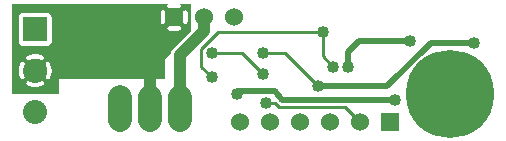
<source format=gbr>
G04 start of page 3 for group 1 idx 1 *
G04 Title: (unknown), solder *
G04 Creator: pcb 20110918 *
G04 CreationDate: Tue 05 Feb 2013 02:58:24 AM GMT UTC *
G04 For: railfan *
G04 Format: Gerber/RS-274X *
G04 PCB-Dimensions: 170000 48000 *
G04 PCB-Coordinate-Origin: lower left *
%MOIN*%
%FSLAX25Y25*%
%LNBOTTOM*%
%ADD40C,0.1285*%
%ADD39C,0.0472*%
%ADD38C,0.0450*%
%ADD37C,0.0380*%
%ADD36C,0.2937*%
%ADD35C,0.0800*%
%ADD34C,0.0787*%
%ADD33C,0.0600*%
%ADD32C,0.0400*%
%ADD31C,0.0100*%
%ADD30C,0.0200*%
%ADD29C,0.0001*%
G54D29*G36*
X14673Y47000D02*X58000D01*
Y44000D01*
X57993Y44118D01*
X57965Y44232D01*
X57920Y44342D01*
X57859Y44442D01*
X57782Y44532D01*
X57692Y44609D01*
X57592Y44670D01*
X57482Y44715D01*
X57368Y44743D01*
X57250Y44752D01*
X57132Y44743D01*
X57018Y44715D01*
X56908Y44670D01*
X56808Y44609D01*
X56718Y44532D01*
X56641Y44442D01*
X56580Y44342D01*
X56535Y44232D01*
X56507Y44118D01*
X56500Y44000D01*
Y41000D01*
X56507Y40882D01*
X56535Y40768D01*
X56580Y40658D01*
X56641Y40558D01*
X56718Y40468D01*
X56808Y40391D01*
X56908Y40330D01*
X57018Y40285D01*
X57132Y40257D01*
X57250Y40248D01*
X57368Y40257D01*
X57482Y40285D01*
X57592Y40330D01*
X57692Y40391D01*
X57782Y40468D01*
X57859Y40558D01*
X57920Y40658D01*
X57965Y40768D01*
X57993Y40882D01*
X58000Y41000D01*
Y22000D01*
X56000D01*
Y27000D01*
X55972Y27471D01*
X55862Y27930D01*
X55681Y28366D01*
X55435Y28769D01*
X55128Y29128D01*
X54769Y29435D01*
X54366Y29681D01*
X53930Y29862D01*
X53471Y29972D01*
X53000Y30009D01*
X52529Y29972D01*
X52070Y29862D01*
X51634Y29681D01*
X51231Y29435D01*
X50872Y29128D01*
X50565Y28769D01*
X50319Y28366D01*
X50138Y27930D01*
X50028Y27471D01*
X50000Y27000D01*
Y22000D01*
X19455D01*
X19518Y22074D01*
X19578Y22176D01*
X19795Y22645D01*
X19962Y23134D01*
X20082Y23637D01*
X20155Y24149D01*
X20179Y24665D01*
X20155Y25181D01*
X20082Y25693D01*
X19962Y26196D01*
X19795Y26685D01*
X19583Y27157D01*
X19522Y27258D01*
X19445Y27349D01*
X19355Y27426D01*
X19253Y27488D01*
X19144Y27534D01*
X19028Y27562D01*
X18910Y27571D01*
X18792Y27562D01*
X18676Y27535D01*
X18566Y27489D01*
X18465Y27427D01*
X18375Y27351D01*
X18297Y27260D01*
X18235Y27159D01*
X18189Y27050D01*
X18162Y26934D01*
X18152Y26816D01*
X18161Y26697D01*
X18189Y26582D01*
X18236Y26473D01*
X18394Y26133D01*
X18515Y25777D01*
X18603Y25412D01*
X18655Y25040D01*
X18673Y24665D01*
X18655Y24290D01*
X18603Y23918D01*
X18515Y23553D01*
X18394Y23197D01*
X18240Y22855D01*
X18193Y22747D01*
X18166Y22632D01*
X18156Y22514D01*
X18166Y22397D01*
X18194Y22282D01*
X18239Y22173D01*
X18301Y22072D01*
X18363Y22000D01*
X14673D01*
Y28665D01*
X15048Y28647D01*
X15420Y28595D01*
X15785Y28507D01*
X16141Y28386D01*
X16483Y28232D01*
X16591Y28185D01*
X16706Y28158D01*
X16824Y28148D01*
X16941Y28158D01*
X17056Y28186D01*
X17165Y28231D01*
X17266Y28293D01*
X17355Y28370D01*
X17432Y28460D01*
X17493Y28560D01*
X17538Y28669D01*
X17566Y28784D01*
X17575Y28902D01*
X17565Y29020D01*
X17538Y29134D01*
X17492Y29243D01*
X17430Y29344D01*
X17354Y29434D01*
X17264Y29510D01*
X17162Y29570D01*
X16693Y29787D01*
X16204Y29954D01*
X15701Y30074D01*
X15189Y30147D01*
X14673Y30171D01*
Y32952D01*
X18908Y32959D01*
X19138Y33014D01*
X19356Y33104D01*
X19557Y33228D01*
X19737Y33381D01*
X19890Y33561D01*
X20014Y33762D01*
X20104Y33980D01*
X20159Y34210D01*
X20173Y34445D01*
X20159Y42680D01*
X20104Y42910D01*
X20014Y43128D01*
X19890Y43329D01*
X19737Y43509D01*
X19557Y43662D01*
X19356Y43786D01*
X19138Y43876D01*
X18908Y43931D01*
X18673Y43945D01*
X14673Y43938D01*
Y47000D01*
G37*
G36*
X7000Y22000D02*Y47000D01*
X14673D01*
Y43938D01*
X10438Y43931D01*
X10208Y43876D01*
X9990Y43786D01*
X9789Y43662D01*
X9609Y43509D01*
X9456Y43329D01*
X9332Y43128D01*
X9242Y42910D01*
X9187Y42680D01*
X9173Y42445D01*
X9187Y34210D01*
X9242Y33980D01*
X9332Y33762D01*
X9456Y33561D01*
X9609Y33381D01*
X9789Y33228D01*
X9990Y33104D01*
X10208Y33014D01*
X10438Y32959D01*
X10673Y32945D01*
X14673Y32952D01*
Y30171D01*
X14673D01*
X14157Y30147D01*
X13645Y30074D01*
X13142Y29954D01*
X12653Y29787D01*
X12181Y29575D01*
X12080Y29514D01*
X11989Y29437D01*
X11912Y29347D01*
X11850Y29245D01*
X11804Y29136D01*
X11776Y29020D01*
X11767Y28902D01*
X11776Y28784D01*
X11803Y28668D01*
X11849Y28558D01*
X11911Y28457D01*
X11987Y28367D01*
X12078Y28289D01*
X12179Y28227D01*
X12288Y28181D01*
X12404Y28154D01*
X12522Y28144D01*
X12641Y28153D01*
X12756Y28181D01*
X12865Y28228D01*
X13205Y28386D01*
X13561Y28507D01*
X13926Y28595D01*
X14298Y28647D01*
X14673Y28665D01*
Y22000D01*
X10989D01*
X11049Y22070D01*
X11111Y22171D01*
X11157Y22280D01*
X11184Y22396D01*
X11194Y22514D01*
X11185Y22633D01*
X11157Y22748D01*
X11110Y22857D01*
X10952Y23197D01*
X10831Y23553D01*
X10743Y23918D01*
X10691Y24290D01*
X10673Y24665D01*
X10691Y25040D01*
X10743Y25412D01*
X10831Y25777D01*
X10952Y26133D01*
X11106Y26475D01*
X11153Y26583D01*
X11180Y26698D01*
X11190Y26816D01*
X11180Y26933D01*
X11152Y27048D01*
X11107Y27157D01*
X11045Y27258D01*
X10968Y27347D01*
X10878Y27424D01*
X10778Y27485D01*
X10669Y27530D01*
X10554Y27558D01*
X10436Y27567D01*
X10318Y27557D01*
X10204Y27530D01*
X10095Y27484D01*
X9994Y27422D01*
X9904Y27346D01*
X9828Y27256D01*
X9768Y27154D01*
X9551Y26685D01*
X9384Y26196D01*
X9264Y25693D01*
X9191Y25181D01*
X9167Y24665D01*
X9191Y24149D01*
X9264Y23637D01*
X9384Y23134D01*
X9551Y22645D01*
X9763Y22173D01*
X9824Y22072D01*
X9885Y22000D01*
X7000D01*
G37*
G36*
X60046Y30546D02*X58000Y28500D01*
X56500D01*
Y38000D01*
X66500D01*
Y37743D01*
X60962Y32204D01*
X60872Y32128D01*
X60565Y31769D01*
X60319Y31366D01*
X60138Y30930D01*
X60046Y30546D01*
G37*
G36*
X64750Y47000D02*X66500D01*
Y42676D01*
X66486Y42500D01*
X66500Y42324D01*
Y37743D01*
X65757Y37000D01*
X64750D01*
Y40248D01*
X64868Y40257D01*
X64982Y40285D01*
X65092Y40330D01*
X65192Y40391D01*
X65282Y40468D01*
X65359Y40558D01*
X65420Y40658D01*
X65465Y40768D01*
X65493Y40882D01*
X65500Y41000D01*
Y44000D01*
X65493Y44118D01*
X65465Y44232D01*
X65420Y44342D01*
X65359Y44442D01*
X65282Y44532D01*
X65192Y44609D01*
X65092Y44670D01*
X64982Y44715D01*
X64868Y44743D01*
X64750Y44752D01*
Y47000D01*
G37*
G36*
X61000Y45500D02*X62500D01*
X62618Y45507D01*
X62732Y45535D01*
X62842Y45580D01*
X62942Y45641D01*
X63032Y45718D01*
X63109Y45808D01*
X63170Y45908D01*
X63215Y46018D01*
X63243Y46132D01*
X63252Y46250D01*
X63243Y46368D01*
X63215Y46482D01*
X63170Y46592D01*
X63109Y46692D01*
X63032Y46782D01*
X62942Y46859D01*
X62842Y46920D01*
X62732Y46965D01*
X62618Y46993D01*
X62500Y47000D01*
X64750D01*
Y44752D01*
X64632Y44743D01*
X64518Y44715D01*
X64408Y44670D01*
X64308Y44609D01*
X64218Y44532D01*
X64141Y44442D01*
X64080Y44342D01*
X64035Y44232D01*
X64007Y44118D01*
X64000Y44000D01*
Y41000D01*
X64007Y40882D01*
X64035Y40768D01*
X64080Y40658D01*
X64141Y40558D01*
X64218Y40468D01*
X64308Y40391D01*
X64408Y40330D01*
X64518Y40285D01*
X64632Y40257D01*
X64750Y40248D01*
Y37000D01*
X61000D01*
Y38000D01*
X62500D01*
X62618Y38007D01*
X62732Y38035D01*
X62842Y38080D01*
X62942Y38141D01*
X63032Y38218D01*
X63109Y38308D01*
X63170Y38408D01*
X63215Y38518D01*
X63243Y38632D01*
X63252Y38750D01*
X63243Y38868D01*
X63215Y38982D01*
X63170Y39092D01*
X63109Y39192D01*
X63032Y39282D01*
X62942Y39359D01*
X62842Y39420D01*
X62732Y39465D01*
X62618Y39493D01*
X62500Y39500D01*
X61000D01*
Y45500D01*
G37*
G36*
X57250Y47000D02*X59500D01*
X59382Y46993D01*
X59268Y46965D01*
X59158Y46920D01*
X59058Y46859D01*
X58968Y46782D01*
X58891Y46692D01*
X58830Y46592D01*
X58785Y46482D01*
X58757Y46368D01*
X58748Y46250D01*
X58757Y46132D01*
X58785Y46018D01*
X58830Y45908D01*
X58891Y45808D01*
X58968Y45718D01*
X59058Y45641D01*
X59158Y45580D01*
X59268Y45535D01*
X59382Y45507D01*
X59500Y45500D01*
X61000D01*
Y39500D01*
X59500D01*
X59382Y39493D01*
X59268Y39465D01*
X59158Y39420D01*
X59058Y39359D01*
X58968Y39282D01*
X58891Y39192D01*
X58830Y39092D01*
X58785Y38982D01*
X58757Y38868D01*
X58748Y38750D01*
X58757Y38632D01*
X58785Y38518D01*
X58830Y38408D01*
X58891Y38308D01*
X58968Y38218D01*
X59058Y38141D01*
X59158Y38080D01*
X59268Y38035D01*
X59382Y38007D01*
X59500Y38000D01*
X61000D01*
Y37000D01*
X57250D01*
Y40248D01*
X57368Y40257D01*
X57482Y40285D01*
X57592Y40330D01*
X57692Y40391D01*
X57782Y40468D01*
X57859Y40558D01*
X57920Y40658D01*
X57965Y40768D01*
X57993Y40882D01*
X58000Y41000D01*
Y44000D01*
X57993Y44118D01*
X57965Y44232D01*
X57920Y44342D01*
X57859Y44442D01*
X57782Y44532D01*
X57692Y44609D01*
X57592Y44670D01*
X57482Y44715D01*
X57368Y44743D01*
X57250Y44752D01*
Y47000D01*
G37*
G36*
X55000Y37000D02*Y47000D01*
X57250D01*
Y44752D01*
X57132Y44743D01*
X57018Y44715D01*
X56908Y44670D01*
X56808Y44609D01*
X56718Y44532D01*
X56641Y44442D01*
X56580Y44342D01*
X56535Y44232D01*
X56507Y44118D01*
X56500Y44000D01*
Y41000D01*
X56507Y40882D01*
X56535Y40768D01*
X56580Y40658D01*
X56641Y40558D01*
X56718Y40468D01*
X56808Y40391D01*
X56908Y40330D01*
X57018Y40285D01*
X57132Y40257D01*
X57250Y40248D01*
Y37000D01*
X55000D01*
G37*
G36*
X19166Y31500D02*X22500D01*
Y17000D01*
X19166D01*
Y21810D01*
X19251Y21846D01*
X19352Y21908D01*
X19442Y21984D01*
X19518Y22074D01*
X19578Y22176D01*
X19795Y22645D01*
X19962Y23134D01*
X20082Y23637D01*
X20155Y24149D01*
X20179Y24665D01*
X20155Y25181D01*
X20082Y25693D01*
X19962Y26196D01*
X19795Y26685D01*
X19583Y27157D01*
X19522Y27258D01*
X19445Y27349D01*
X19355Y27426D01*
X19253Y27488D01*
X19166Y27525D01*
Y31500D01*
G37*
G36*
X14675D02*X19166D01*
Y27525D01*
X19144Y27534D01*
X19028Y27562D01*
X18910Y27571D01*
X18792Y27562D01*
X18676Y27535D01*
X18566Y27489D01*
X18465Y27427D01*
X18375Y27351D01*
X18297Y27260D01*
X18235Y27159D01*
X18189Y27050D01*
X18162Y26934D01*
X18152Y26816D01*
X18161Y26697D01*
X18189Y26582D01*
X18236Y26473D01*
X18394Y26133D01*
X18515Y25777D01*
X18603Y25412D01*
X18655Y25040D01*
X18673Y24665D01*
X18655Y24290D01*
X18603Y23918D01*
X18515Y23553D01*
X18394Y23197D01*
X18240Y22855D01*
X18193Y22747D01*
X18166Y22632D01*
X18156Y22514D01*
X18166Y22397D01*
X18194Y22282D01*
X18239Y22173D01*
X18301Y22072D01*
X18378Y21983D01*
X18468Y21906D01*
X18568Y21845D01*
X18677Y21800D01*
X18792Y21772D01*
X18910Y21763D01*
X19028Y21773D01*
X19142Y21800D01*
X19166Y21810D01*
Y17000D01*
X14675D01*
Y19159D01*
X15189Y19183D01*
X15701Y19256D01*
X16204Y19376D01*
X16693Y19543D01*
X17165Y19755D01*
X17266Y19816D01*
X17357Y19893D01*
X17434Y19983D01*
X17496Y20085D01*
X17542Y20194D01*
X17570Y20310D01*
X17579Y20428D01*
X17570Y20546D01*
X17543Y20662D01*
X17497Y20772D01*
X17435Y20873D01*
X17359Y20963D01*
X17268Y21041D01*
X17167Y21103D01*
X17058Y21149D01*
X16942Y21176D01*
X16824Y21186D01*
X16705Y21177D01*
X16590Y21149D01*
X16481Y21102D01*
X16141Y20944D01*
X15785Y20823D01*
X15420Y20735D01*
X15048Y20683D01*
X14675Y20665D01*
Y28665D01*
X15048Y28647D01*
X15420Y28595D01*
X15785Y28507D01*
X16141Y28386D01*
X16483Y28232D01*
X16591Y28185D01*
X16706Y28158D01*
X16824Y28148D01*
X16941Y28158D01*
X17056Y28186D01*
X17165Y28231D01*
X17266Y28293D01*
X17355Y28370D01*
X17432Y28460D01*
X17493Y28560D01*
X17538Y28669D01*
X17566Y28784D01*
X17575Y28902D01*
X17565Y29020D01*
X17538Y29134D01*
X17492Y29243D01*
X17430Y29344D01*
X17354Y29434D01*
X17264Y29510D01*
X17162Y29570D01*
X16693Y29787D01*
X16204Y29954D01*
X15701Y30074D01*
X15189Y30147D01*
X14675Y30171D01*
Y31500D01*
G37*
G36*
X10180D02*X14675D01*
Y30171D01*
X14673Y30171D01*
X14157Y30147D01*
X13645Y30074D01*
X13142Y29954D01*
X12653Y29787D01*
X12181Y29575D01*
X12080Y29514D01*
X11989Y29437D01*
X11912Y29347D01*
X11850Y29245D01*
X11804Y29136D01*
X11776Y29020D01*
X11767Y28902D01*
X11776Y28784D01*
X11803Y28668D01*
X11849Y28558D01*
X11911Y28457D01*
X11987Y28367D01*
X12078Y28289D01*
X12179Y28227D01*
X12288Y28181D01*
X12404Y28154D01*
X12522Y28144D01*
X12641Y28153D01*
X12756Y28181D01*
X12865Y28228D01*
X13205Y28386D01*
X13561Y28507D01*
X13926Y28595D01*
X14298Y28647D01*
X14673Y28665D01*
X14675Y28665D01*
Y20665D01*
X14673Y20665D01*
X14298Y20683D01*
X13926Y20735D01*
X13561Y20823D01*
X13205Y20944D01*
X12863Y21098D01*
X12755Y21145D01*
X12640Y21172D01*
X12522Y21182D01*
X12405Y21172D01*
X12290Y21144D01*
X12181Y21099D01*
X12080Y21037D01*
X11991Y20960D01*
X11914Y20870D01*
X11853Y20770D01*
X11808Y20661D01*
X11780Y20546D01*
X11771Y20428D01*
X11781Y20310D01*
X11808Y20196D01*
X11854Y20087D01*
X11916Y19986D01*
X11992Y19896D01*
X12082Y19820D01*
X12184Y19760D01*
X12653Y19543D01*
X13142Y19376D01*
X13645Y19256D01*
X14157Y19183D01*
X14673Y19159D01*
X14675Y19159D01*
Y17000D01*
X10180D01*
Y21805D01*
X10202Y21796D01*
X10318Y21768D01*
X10436Y21759D01*
X10554Y21768D01*
X10670Y21795D01*
X10780Y21841D01*
X10881Y21903D01*
X10971Y21979D01*
X11049Y22070D01*
X11111Y22171D01*
X11157Y22280D01*
X11184Y22396D01*
X11194Y22514D01*
X11185Y22633D01*
X11157Y22748D01*
X11110Y22857D01*
X10952Y23197D01*
X10831Y23553D01*
X10743Y23918D01*
X10691Y24290D01*
X10673Y24665D01*
X10691Y25040D01*
X10743Y25412D01*
X10831Y25777D01*
X10952Y26133D01*
X11106Y26475D01*
X11153Y26583D01*
X11180Y26698D01*
X11190Y26816D01*
X11180Y26933D01*
X11152Y27048D01*
X11107Y27157D01*
X11045Y27258D01*
X10968Y27347D01*
X10878Y27424D01*
X10778Y27485D01*
X10669Y27530D01*
X10554Y27558D01*
X10436Y27567D01*
X10318Y27557D01*
X10204Y27530D01*
X10180Y27520D01*
Y31500D01*
G37*
G36*
X7000D02*X10180D01*
Y27520D01*
X10095Y27484D01*
X9994Y27422D01*
X9904Y27346D01*
X9828Y27256D01*
X9768Y27154D01*
X9551Y26685D01*
X9384Y26196D01*
X9264Y25693D01*
X9191Y25181D01*
X9167Y24665D01*
X9191Y24149D01*
X9264Y23637D01*
X9384Y23134D01*
X9551Y22645D01*
X9763Y22173D01*
X9824Y22072D01*
X9901Y21981D01*
X9991Y21904D01*
X10093Y21842D01*
X10180Y21805D01*
Y17000D01*
X7000D01*
Y31500D01*
G37*
G36*
X47500Y22000D02*Y30000D01*
X58000D01*
Y22000D01*
X47500D01*
G37*
G54D30*X119000Y31000D02*X122500Y34500D01*
G54D31*X118000Y12500D02*X123000Y7500D01*
G54D30*X119000Y26000D02*Y31000D01*
X122500Y34500D02*X139500D01*
X146500Y34000D02*X159500D01*
X132000Y19500D02*X146500Y34000D01*
X109000Y19500D02*X132000D01*
G54D31*X110500Y29500D02*X114000Y26000D01*
X98000Y30500D02*X109000Y19500D01*
X110500Y37500D02*Y29500D01*
G54D30*X94500Y18000D02*X82000D01*
X134500Y15000D02*X97000D01*
G54D31*X96000Y12500D02*X118000D01*
G54D30*X97000Y15000D02*X94500Y18000D01*
G54D31*Y14000D02*X96000Y12500D01*
X91500Y14000D02*X94500D01*
X93000Y7500D02*X95000D01*
X73500Y30500D02*X83500D01*
X110500Y37500D02*X75500D01*
X90500Y30500D02*X98000D01*
X83500D02*X90500Y23500D01*
G54D32*X53000Y12000D02*Y27000D01*
G54D31*X70000Y32000D02*Y26000D01*
X73500Y22500D01*
G54D32*X63000Y30000D02*Y12000D01*
G54D31*X75500Y37500D02*X70000Y32000D01*
G54D32*X71000Y42500D02*Y38000D01*
X63000Y30000D01*
G54D29*G36*
X58000Y45500D02*Y39500D01*
X64000D01*
Y45500D01*
X58000D01*
G37*
G54D33*X71000Y42500D03*
X81000D03*
X103000Y7500D03*
X93000D03*
X83000D03*
G54D34*X63000Y12000D03*
X53000D03*
G54D29*G36*
X39063Y15937D02*Y8063D01*
X46937D01*
Y15937D01*
X39063D01*
G37*
G36*
X10673Y42445D02*Y34445D01*
X18673D01*
Y42445D01*
X10673D01*
G37*
G54D35*X14673Y24665D03*
Y10886D03*
G54D36*X153000Y17000D03*
G54D29*G36*
X130000Y10500D02*Y4500D01*
X136000D01*
Y10500D01*
X130000D01*
G37*
G54D33*X123000Y7500D03*
X113000D03*
G54D34*X53000Y15937D02*Y8063D01*
X43000Y15937D02*Y8063D01*
X63000Y15937D02*Y8063D01*
G54D32*X73500Y22500D03*
Y30500D03*
X90500Y23500D03*
Y30500D03*
X63000Y25000D03*
X109000Y19500D03*
X139500Y34500D03*
X110500Y37500D03*
X119000Y26000D03*
X114000D03*
X161000Y34000D03*
X82000Y17000D03*
X134500Y15000D03*
X91500Y14000D03*
G54D30*G54D37*G54D38*G54D39*G54D40*G54D37*M02*

</source>
